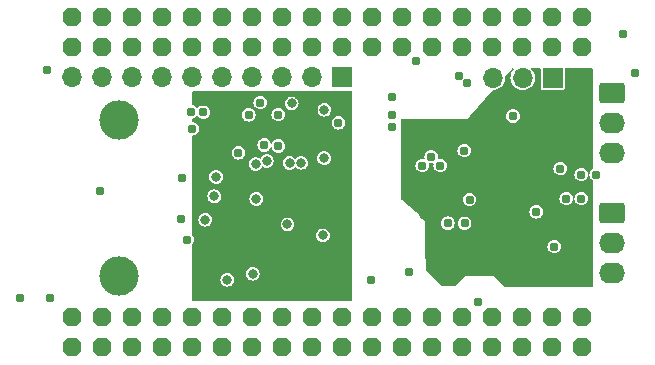
<source format=gbr>
%TF.GenerationSoftware,KiCad,Pcbnew,(6.0.0-rc1-458-g78ff9a857a)*%
%TF.CreationDate,2022-03-27T00:09:43+00:00*%
%TF.ProjectId,belamini_cape_C1,62656c61-6d69-46e6-995f-636170655f43,rev?*%
%TF.SameCoordinates,Original*%
%TF.FileFunction,Copper,L2,Inr*%
%TF.FilePolarity,Positive*%
%FSLAX46Y46*%
G04 Gerber Fmt 4.6, Leading zero omitted, Abs format (unit mm)*
G04 Created by KiCad (PCBNEW (6.0.0-rc1-458-g78ff9a857a)) date 2022-03-27 00:09:43*
%MOMM*%
%LPD*%
G01*
G04 APERTURE LIST*
G04 Aperture macros list*
%AMRoundRect*
0 Rectangle with rounded corners*
0 $1 Rounding radius*
0 $2 $3 $4 $5 $6 $7 $8 $9 X,Y pos of 4 corners*
0 Add a 4 corners polygon primitive as box body*
4,1,4,$2,$3,$4,$5,$6,$7,$8,$9,$2,$3,0*
0 Add four circle primitives for the rounded corners*
1,1,$1+$1,$2,$3*
1,1,$1+$1,$4,$5*
1,1,$1+$1,$6,$7*
1,1,$1+$1,$8,$9*
0 Add four rect primitives between the rounded corners*
20,1,$1+$1,$2,$3,$4,$5,0*
20,1,$1+$1,$4,$5,$6,$7,0*
20,1,$1+$1,$6,$7,$8,$9,0*
20,1,$1+$1,$8,$9,$2,$3,0*%
%AMOutline5P*
0 Free polygon, 5 corners , with rotation*
0 The origin of the aperture is its center*
0 number of corners: always 5*
0 $1 to $10 corner X, Y*
0 $11 Rotation angle, in degrees counterclockwise*
0 create outline with 5 corners*
4,1,5,$1,$2,$3,$4,$5,$6,$7,$8,$9,$10,$1,$2,$11*%
%AMOutline6P*
0 Free polygon, 6 corners , with rotation*
0 The origin of the aperture is its center*
0 number of corners: always 6*
0 $1 to $12 corner X, Y*
0 $13 Rotation angle, in degrees counterclockwise*
0 create outline with 6 corners*
4,1,6,$1,$2,$3,$4,$5,$6,$7,$8,$9,$10,$11,$12,$1,$2,$13*%
%AMOutline7P*
0 Free polygon, 7 corners , with rotation*
0 The origin of the aperture is its center*
0 number of corners: always 7*
0 $1 to $14 corner X, Y*
0 $15 Rotation angle, in degrees counterclockwise*
0 create outline with 7 corners*
4,1,7,$1,$2,$3,$4,$5,$6,$7,$8,$9,$10,$11,$12,$13,$14,$1,$2,$15*%
%AMOutline8P*
0 Free polygon, 8 corners , with rotation*
0 The origin of the aperture is its center*
0 number of corners: always 8*
0 $1 to $16 corner X, Y*
0 $17 Rotation angle, in degrees counterclockwise*
0 create outline with 8 corners*
4,1,8,$1,$2,$3,$4,$5,$6,$7,$8,$9,$10,$11,$12,$13,$14,$15,$16,$1,$2,$17*%
G04 Aperture macros list end*
%TA.AperFunction,ComponentPad*%
%ADD10RoundRect,0.250000X-0.845000X0.620000X-0.845000X-0.620000X0.845000X-0.620000X0.845000X0.620000X0*%
%TD*%
%TA.AperFunction,ComponentPad*%
%ADD11O,2.190000X1.740000*%
%TD*%
%TA.AperFunction,ComponentPad*%
%ADD12Outline8P,-0.760000X0.380000X-0.380000X0.760000X0.380000X0.760000X0.760000X0.380000X0.760000X-0.380000X0.380000X-0.760000X-0.380000X-0.760000X-0.760000X-0.380000X90.000000*%
%TD*%
%TA.AperFunction,ComponentPad*%
%ADD13R,1.700000X1.700000*%
%TD*%
%TA.AperFunction,ComponentPad*%
%ADD14O,1.700000X1.700000*%
%TD*%
%TA.AperFunction,ComponentPad*%
%ADD15C,3.327400*%
%TD*%
%TA.AperFunction,ViaPad*%
%ADD16C,0.787400*%
%TD*%
%TA.AperFunction,ViaPad*%
%ADD17C,0.800000*%
%TD*%
G04 APERTURE END LIST*
D10*
%TO.N,/belamini_cape_C1_2/INR*%
%TO.C,J3*%
X172655000Y-107560000D03*
D11*
%TO.N,/belamini_cape_C1_2/INL*%
X172655000Y-110100000D03*
%TO.N,GND*%
X172655000Y-112640000D03*
%TD*%
D12*
%TO.N,unconnected-(P2-Pad1)*%
%TO.C,P2*%
X126900000Y-93560000D03*
%TO.N,unconnected-(P2-Pad2)*%
X126900000Y-91020000D03*
%TO.N,unconnected-(P2-Pad3)*%
X129440000Y-93560000D03*
%TO.N,unconnected-(P2-Pad4)*%
X129440000Y-91020000D03*
%TO.N,unconnected-(P2-Pad5)*%
X131980000Y-93560000D03*
%TO.N,unconnected-(P2-Pad6)*%
X131980000Y-91020000D03*
%TO.N,unconnected-(P2-Pad7)*%
X134520000Y-93560000D03*
%TO.N,unconnected-(P2-Pad8)*%
X134520000Y-91020000D03*
%TO.N,unconnected-(P2-Pad9)*%
X137060000Y-93560000D03*
%TO.N,unconnected-(P2-Pad10)*%
X137060000Y-91020000D03*
%TO.N,unconnected-(P2-Pad11)*%
X139600000Y-93560000D03*
%TO.N,unconnected-(P2-Pad12)*%
X139600000Y-91020000D03*
%TO.N,unconnected-(P2-Pad13)*%
X142140000Y-93560000D03*
%TO.N,unconnected-(P2-Pad14)*%
X142140000Y-91020000D03*
%TO.N,GND*%
X144680000Y-93560000D03*
%TO.N,unconnected-(P2-Pad16)*%
X144680000Y-91020000D03*
%TO.N,unconnected-(P2-Pad17)*%
X147220000Y-93560000D03*
%TO.N,unconnected-(P2-Pad18)*%
X147220000Y-91020000D03*
%TO.N,unconnected-(P2-Pad19)*%
X149760000Y-93560000D03*
%TO.N,unconnected-(P2-Pad20)*%
X149760000Y-91020000D03*
%TO.N,GND*%
X152300000Y-93560000D03*
%TO.N,unconnected-(P2-Pad22)*%
X152300000Y-91020000D03*
%TO.N,unconnected-(P2-Pad23)*%
X154840000Y-93560000D03*
%TO.N,unconnected-(P2-Pad24)*%
X154840000Y-91020000D03*
%TO.N,unconnected-(P2-Pad25)*%
X157380000Y-93560000D03*
%TO.N,/belamini_cape_C1_2/RESETN*%
X157380000Y-91020000D03*
%TO.N,unconnected-(P2-Pad27)*%
X159920000Y-93560000D03*
%TO.N,unconnected-(P2-Pad28)*%
X159920000Y-91020000D03*
%TO.N,unconnected-(P2-Pad29)*%
X162460000Y-93560000D03*
%TO.N,/belamini_cape_C1_2/AUD_DOUT*%
X162460000Y-91020000D03*
%TO.N,unconnected-(P2-Pad31)*%
X165000000Y-93560000D03*
%TO.N,/belamini_cape_C1_2/AUD_DIN*%
X165000000Y-91020000D03*
%TO.N,unconnected-(P2-Pad33)*%
X167540000Y-93560000D03*
%TO.N,/belamini_cape_C1_2/SHUTDOWN_REQ{slash}*%
X167540000Y-91020000D03*
%TO.N,unconnected-(P2-Pad35)*%
X170080000Y-93560000D03*
%TO.N,unconnected-(P2-Pad36)*%
X170080000Y-91020000D03*
%TD*%
D13*
%TO.N,GND*%
%TO.C,J2*%
X167600000Y-96150000D03*
D14*
%TO.N,/belamini_cape_C1_2/LEFT_LOP*%
X165060000Y-96150000D03*
%TO.N,/belamini_cape_C1_2/RIGHT_LOP*%
X162520000Y-96150000D03*
%TD*%
D15*
%TO.N,/belamini_cape_C1_2/USBGND*%
%TO.C,J5*%
X130907100Y-112893150D03*
%TO.N,N/C*%
X130907100Y-99761350D03*
%TD*%
D13*
%TO.N,/belamini_cape_C1_1/REFP*%
%TO.C,J1*%
X149766100Y-96113600D03*
D14*
%TO.N,GND*%
X147226100Y-96113600D03*
%TO.N,Net-(IC2-Pad12)*%
X144686100Y-96113600D03*
%TO.N,Net-(IC2-Pad9)*%
X142146100Y-96113600D03*
%TO.N,Net-(IC2-Pad4)*%
X139606100Y-96113600D03*
%TO.N,Net-(IC2-Pad1)*%
X137066100Y-96113600D03*
%TO.N,Net-(IC1-Pad4)*%
X134526100Y-96113600D03*
%TO.N,Net-(IC1-Pad1)*%
X131986100Y-96113600D03*
%TO.N,Net-(IC1-Pad12)*%
X129446100Y-96113600D03*
%TO.N,Net-(IC1-Pad9)*%
X126906100Y-96113600D03*
%TD*%
D12*
%TO.N,unconnected-(P1-Pad1)*%
%TO.C,P1*%
X126910000Y-118970000D03*
%TO.N,Net-(P1-Pad2)*%
X126910000Y-116430000D03*
%TO.N,unconnected-(P1-Pad3)*%
X129450000Y-118970000D03*
%TO.N,Net-(P1-Pad4)*%
X129450000Y-116430000D03*
%TO.N,/belamini_cape_C1_2/USB_VBUS*%
X131990000Y-118970000D03*
%TO.N,SPI_ADC_CNV*%
X131990000Y-116430000D03*
%TO.N,/belamini_cape_C1_2/USB_VBUS*%
X134530000Y-118970000D03*
%TO.N,SPI_SCK*%
X134530000Y-116430000D03*
%TO.N,/belamini_cape_C1_2/USB_DM*%
X137070000Y-118970000D03*
%TO.N,SPI_MISO*%
X137070000Y-116430000D03*
%TO.N,/belamini_cape_C1_2/USB_DP*%
X139610000Y-118970000D03*
%TO.N,SPI_MOSI*%
X139610000Y-116430000D03*
%TO.N,/belamini_cape_C1_2/USBGND*%
X142150000Y-118970000D03*
%TO.N,+3V3*%
X142150000Y-116430000D03*
%TO.N,/belamini_cape_C1_2/USBGND*%
X144690000Y-118970000D03*
%TO.N,GND*%
X144690000Y-116430000D03*
%TO.N,unconnected-(P1-Pad17)*%
X147230000Y-118970000D03*
%TO.N,unconnected-(P1-Pad18)*%
X147230000Y-116430000D03*
%TO.N,unconnected-(P1-Pad19)*%
X149770000Y-118970000D03*
%TO.N,unconnected-(P1-Pad20)*%
X149770000Y-116430000D03*
%TO.N,unconnected-(P1-Pad21)*%
X152310000Y-118970000D03*
%TO.N,GND*%
X152310000Y-116430000D03*
%TO.N,unconnected-(P1-Pad23)*%
X154850000Y-118970000D03*
%TO.N,+5V*%
X154850000Y-116430000D03*
%TO.N,unconnected-(P1-Pad25)*%
X157390000Y-118970000D03*
%TO.N,/belamini_cape_C1_2/SDA*%
X157390000Y-116430000D03*
%TO.N,unconnected-(P1-Pad27)*%
X159930000Y-118970000D03*
%TO.N,/belamini_cape_C1_2/SCL*%
X159930000Y-116430000D03*
%TO.N,/belamini_cape_C1_2/AUD_MCLK*%
X162470000Y-118970000D03*
%TO.N,unconnected-(P1-Pad30)*%
X162470000Y-116430000D03*
%TO.N,unconnected-(P1-Pad31)*%
X165010000Y-118970000D03*
%TO.N,unconnected-(P1-Pad32)*%
X165010000Y-116430000D03*
%TO.N,/belamini_cape_C1_2/AUD_WCLK*%
X167550000Y-118970000D03*
%TO.N,unconnected-(P1-Pad34)*%
X167550000Y-116430000D03*
%TO.N,unconnected-(P1-Pad35)*%
X170090000Y-118970000D03*
%TO.N,/belamini_cape_C1_2/AUD_BCLK*%
X170090000Y-116430000D03*
%TD*%
D10*
%TO.N,/belamini_cape_C1_2/HPR*%
%TO.C,J4*%
X172605000Y-97410000D03*
D11*
%TO.N,/belamini_cape_C1_2/HPL*%
X172605000Y-99950000D03*
%TO.N,GND*%
X172605000Y-102490000D03*
%TD*%
D16*
%TO.N,/belamini_cape_C1_2/AUD_HPLOUT*%
X158085100Y-103580600D03*
X160150000Y-108457400D03*
%TO.N,/belamini_cape_C1_2/AUD_HPROUT*%
X156561100Y-103580600D03*
X158720100Y-108457400D03*
D17*
%TO.N,+3V3*%
X163400000Y-110600000D03*
D16*
X162530100Y-101167600D03*
X160303028Y-103464522D03*
X152243100Y-113232600D03*
D17*
X165650000Y-98000000D03*
X156729850Y-107729850D03*
X140050000Y-113250000D03*
D16*
%TO.N,GND*%
X157323100Y-102818600D03*
D17*
X145150000Y-108550000D03*
D16*
X143169373Y-101844757D03*
X167737100Y-110438600D03*
X168245100Y-103834600D03*
D17*
X142202320Y-112747680D03*
X148150000Y-109500000D03*
D16*
X137066600Y-100469100D03*
X155418100Y-112597600D03*
X160117100Y-102310600D03*
D17*
X148250000Y-102950000D03*
X138182129Y-108172129D03*
D16*
X166199015Y-107503516D03*
X164244600Y-99389600D03*
D17*
X139106355Y-104542855D03*
D16*
X160561600Y-106462600D03*
D17*
X142500000Y-106400000D03*
D16*
X149465100Y-99958560D03*
D17*
%TO.N,/belamini_cape_C1_1/REFP*%
X138950000Y-106175000D03*
D16*
%TO.N,/belamini_cape_C1_2/AUD_MCLK*%
X161260100Y-115137600D03*
%TO.N,/belamini_cape_C1_2/SCL*%
X173579100Y-92404600D03*
X159634500Y-95960600D03*
%TO.N,/belamini_cape_C1_2/SDA*%
X174595100Y-95706600D03*
X160371100Y-96621000D03*
%TO.N,/belamini_cape_C1_2/LEFT_LOP*%
X154021100Y-100278600D03*
%TO.N,/belamini_cape_C1_2/RIGHT_LOP*%
X154021100Y-99262600D03*
%TO.N,/belamini_cape_C1_2/RESETN*%
X154021100Y-97738600D03*
X156002300Y-94690600D03*
%TO.N,/belamini_cape_C1_2/USB_DM*%
X136241100Y-104596600D03*
%TO.N,/belamini_cape_C1_2/USBGND*%
X136654000Y-109854839D03*
%TO.N,/belamini_cape_C1_2/USB_DP*%
X136154069Y-108126784D03*
%TO.N,/belamini_cape_C1_2/USB_VBUS*%
X129272075Y-105760200D03*
D17*
%TO.N,/belamini_cape_C1_1/5V_ANALOG*%
X141462500Y-110687500D03*
X149350000Y-110750000D03*
X144092830Y-100332170D03*
D16*
%TO.N,/belamini_cape_C1_2/HPR*%
X170023100Y-106374600D03*
X171293100Y-104342600D03*
%TO.N,/belamini_cape_C1_2/HPL*%
X168753100Y-106374600D03*
X170023100Y-104342600D03*
%TO.N,Net-(D5-Pad1)*%
X122525100Y-114756600D03*
%TO.N,Net-(D5-Pad2)*%
X125065100Y-114756600D03*
%TO.N,Net-(R3-Pad1)*%
X124811100Y-95452600D03*
%TO.N,Net-(IC1-Pad4)*%
X141000000Y-102500000D03*
X141873515Y-99284900D03*
D17*
%TO.N,Net-(IC1-Pad13)*%
X142450002Y-103449996D03*
D16*
X138019100Y-99059400D03*
D17*
%TO.N,Net-(IC1-Pad15)*%
X143393790Y-103196258D03*
D16*
X137003100Y-99008600D03*
%TO.N,Net-(IC2-Pad1)*%
X144369100Y-101929600D03*
X142845100Y-98246600D03*
%TO.N,Net-(IC2-Pad4)*%
X144369100Y-99262600D03*
D17*
%TO.N,Net-(IC2-Pad5)*%
X145500000Y-98325000D03*
X145322699Y-103351866D03*
%TO.N,Net-(IC2-Pad7)*%
X148275000Y-98850000D03*
X146300000Y-103350000D03*
%TD*%
%TA.AperFunction,Conductor*%
%TO.N,/belamini_cape_C1_1/5V_ANALOG*%
G36*
X150635414Y-97314586D02*
G01*
X150650000Y-97349800D01*
X150650000Y-115000200D01*
X150635414Y-115035414D01*
X150600200Y-115050000D01*
X137149800Y-115050000D01*
X137114586Y-115035414D01*
X137100000Y-115000200D01*
X137100000Y-113250000D01*
X139466710Y-113250000D01*
X139486585Y-113400967D01*
X139544856Y-113541645D01*
X139637552Y-113662448D01*
X139758355Y-113755144D01*
X139761371Y-113756393D01*
X139761374Y-113756395D01*
X139843213Y-113790293D01*
X139899033Y-113813415D01*
X140050000Y-113833290D01*
X140200967Y-113813415D01*
X140256787Y-113790293D01*
X140338626Y-113756395D01*
X140338629Y-113756393D01*
X140341645Y-113755144D01*
X140462448Y-113662448D01*
X140555144Y-113541645D01*
X140613415Y-113400967D01*
X140633290Y-113250000D01*
X140613415Y-113099033D01*
X140555144Y-112958355D01*
X140462448Y-112837552D01*
X140345325Y-112747680D01*
X141619030Y-112747680D01*
X141638905Y-112898647D01*
X141697176Y-113039325D01*
X141789872Y-113160128D01*
X141910675Y-113252824D01*
X141913691Y-113254073D01*
X141913694Y-113254075D01*
X141995533Y-113287973D01*
X142051353Y-113311095D01*
X142202320Y-113330970D01*
X142353287Y-113311095D01*
X142409107Y-113287973D01*
X142490946Y-113254075D01*
X142490949Y-113254073D01*
X142493965Y-113252824D01*
X142614768Y-113160128D01*
X142707464Y-113039325D01*
X142765735Y-112898647D01*
X142785610Y-112747680D01*
X142765735Y-112596713D01*
X142707464Y-112456035D01*
X142614768Y-112335232D01*
X142493965Y-112242536D01*
X142490949Y-112241287D01*
X142490946Y-112241285D01*
X142409107Y-112207387D01*
X142353287Y-112184265D01*
X142202320Y-112164390D01*
X142051353Y-112184265D01*
X141995533Y-112207387D01*
X141913694Y-112241285D01*
X141913691Y-112241287D01*
X141910675Y-112242536D01*
X141789872Y-112335232D01*
X141697176Y-112456035D01*
X141638905Y-112596713D01*
X141619030Y-112747680D01*
X140345325Y-112747680D01*
X140341645Y-112744856D01*
X140338629Y-112743607D01*
X140338626Y-112743605D01*
X140256787Y-112709707D01*
X140200967Y-112686585D01*
X140050000Y-112666710D01*
X139899033Y-112686585D01*
X139843213Y-112709707D01*
X139761374Y-112743605D01*
X139761371Y-112743607D01*
X139758355Y-112744856D01*
X139637552Y-112837552D01*
X139544856Y-112958355D01*
X139486585Y-113099033D01*
X139466710Y-113250000D01*
X137100000Y-113250000D01*
X137100000Y-110230118D01*
X137110291Y-110199802D01*
X137151651Y-110145900D01*
X137153641Y-110143307D01*
X137211277Y-110004161D01*
X137230936Y-109854839D01*
X137211277Y-109705517D01*
X137153641Y-109566371D01*
X137110291Y-109509876D01*
X137106939Y-109500000D01*
X147566710Y-109500000D01*
X147586585Y-109650967D01*
X147644856Y-109791645D01*
X147737552Y-109912448D01*
X147858355Y-110005144D01*
X147861371Y-110006393D01*
X147861374Y-110006395D01*
X147943213Y-110040293D01*
X147999033Y-110063415D01*
X148150000Y-110083290D01*
X148300967Y-110063415D01*
X148356787Y-110040293D01*
X148438626Y-110006395D01*
X148438629Y-110006393D01*
X148441645Y-110005144D01*
X148562448Y-109912448D01*
X148655144Y-109791645D01*
X148713415Y-109650967D01*
X148733290Y-109500000D01*
X148713415Y-109349033D01*
X148655144Y-109208355D01*
X148562448Y-109087552D01*
X148441645Y-108994856D01*
X148438629Y-108993607D01*
X148438626Y-108993605D01*
X148356787Y-108959707D01*
X148300967Y-108936585D01*
X148150000Y-108916710D01*
X147999033Y-108936585D01*
X147943213Y-108959707D01*
X147861374Y-108993605D01*
X147861371Y-108993607D01*
X147858355Y-108994856D01*
X147737552Y-109087552D01*
X147644856Y-109208355D01*
X147586585Y-109349033D01*
X147566710Y-109500000D01*
X137106939Y-109500000D01*
X137100000Y-109479560D01*
X137100000Y-108172129D01*
X137598839Y-108172129D01*
X137618714Y-108323096D01*
X137619964Y-108326113D01*
X137648919Y-108396016D01*
X137676985Y-108463774D01*
X137769681Y-108584577D01*
X137890484Y-108677273D01*
X137893500Y-108678522D01*
X137893503Y-108678524D01*
X137975342Y-108712422D01*
X138031162Y-108735544D01*
X138182129Y-108755419D01*
X138333096Y-108735544D01*
X138388916Y-108712422D01*
X138470755Y-108678524D01*
X138470758Y-108678522D01*
X138473774Y-108677273D01*
X138594577Y-108584577D01*
X138621109Y-108550000D01*
X144566710Y-108550000D01*
X144586585Y-108700967D01*
X144644856Y-108841645D01*
X144737552Y-108962448D01*
X144858355Y-109055144D01*
X144861371Y-109056393D01*
X144861374Y-109056395D01*
X144936594Y-109087552D01*
X144999033Y-109113415D01*
X145150000Y-109133290D01*
X145300967Y-109113415D01*
X145363406Y-109087552D01*
X145438626Y-109056395D01*
X145438629Y-109056393D01*
X145441645Y-109055144D01*
X145562448Y-108962448D01*
X145655144Y-108841645D01*
X145713415Y-108700967D01*
X145733290Y-108550000D01*
X145713415Y-108399033D01*
X145690293Y-108343213D01*
X145656395Y-108261374D01*
X145656393Y-108261371D01*
X145655144Y-108258355D01*
X145562448Y-108137552D01*
X145441645Y-108044856D01*
X145438629Y-108043607D01*
X145438626Y-108043605D01*
X145356787Y-108009707D01*
X145300967Y-107986585D01*
X145150000Y-107966710D01*
X144999033Y-107986585D01*
X144943213Y-108009707D01*
X144861374Y-108043605D01*
X144861371Y-108043607D01*
X144858355Y-108044856D01*
X144737552Y-108137552D01*
X144644856Y-108258355D01*
X144643607Y-108261371D01*
X144643605Y-108261374D01*
X144609707Y-108343213D01*
X144586585Y-108399033D01*
X144566710Y-108550000D01*
X138621109Y-108550000D01*
X138687273Y-108463774D01*
X138715340Y-108396016D01*
X138744294Y-108326113D01*
X138745544Y-108323096D01*
X138765419Y-108172129D01*
X138745544Y-108021162D01*
X138687273Y-107880484D01*
X138594577Y-107759681D01*
X138473774Y-107666985D01*
X138470758Y-107665736D01*
X138470755Y-107665734D01*
X138388916Y-107631836D01*
X138333096Y-107608714D01*
X138182129Y-107588839D01*
X138031162Y-107608714D01*
X137975342Y-107631836D01*
X137893503Y-107665734D01*
X137893500Y-107665736D01*
X137890484Y-107666985D01*
X137769681Y-107759681D01*
X137676985Y-107880484D01*
X137618714Y-108021162D01*
X137598839Y-108172129D01*
X137100000Y-108172129D01*
X137100000Y-106175000D01*
X138366710Y-106175000D01*
X138386585Y-106325967D01*
X138444856Y-106466645D01*
X138537552Y-106587448D01*
X138658355Y-106680144D01*
X138661371Y-106681393D01*
X138661374Y-106681395D01*
X138743213Y-106715293D01*
X138799033Y-106738415D01*
X138950000Y-106758290D01*
X139100967Y-106738415D01*
X139156787Y-106715293D01*
X139238626Y-106681395D01*
X139238629Y-106681393D01*
X139241645Y-106680144D01*
X139362448Y-106587448D01*
X139455144Y-106466645D01*
X139482749Y-106400000D01*
X141916710Y-106400000D01*
X141936585Y-106550967D01*
X141937835Y-106553984D01*
X141989268Y-106678154D01*
X141994856Y-106691645D01*
X142087552Y-106812448D01*
X142208355Y-106905144D01*
X142211371Y-106906393D01*
X142211374Y-106906395D01*
X142293213Y-106940293D01*
X142349033Y-106963415D01*
X142500000Y-106983290D01*
X142650967Y-106963415D01*
X142706787Y-106940293D01*
X142788626Y-106906395D01*
X142788629Y-106906393D01*
X142791645Y-106905144D01*
X142912448Y-106812448D01*
X143005144Y-106691645D01*
X143010733Y-106678154D01*
X143062165Y-106553984D01*
X143063415Y-106550967D01*
X143083290Y-106400000D01*
X143063415Y-106249033D01*
X143005144Y-106108355D01*
X142912448Y-105987552D01*
X142791645Y-105894856D01*
X142788629Y-105893607D01*
X142788626Y-105893605D01*
X142706787Y-105859707D01*
X142650967Y-105836585D01*
X142500000Y-105816710D01*
X142349033Y-105836585D01*
X142293213Y-105859707D01*
X142211374Y-105893605D01*
X142211371Y-105893607D01*
X142208355Y-105894856D01*
X142087552Y-105987552D01*
X141994856Y-106108355D01*
X141936585Y-106249033D01*
X141916710Y-106400000D01*
X139482749Y-106400000D01*
X139513415Y-106325967D01*
X139533290Y-106175000D01*
X139513415Y-106024033D01*
X139490293Y-105968213D01*
X139456395Y-105886374D01*
X139456393Y-105886371D01*
X139455144Y-105883355D01*
X139362448Y-105762552D01*
X139241645Y-105669856D01*
X139238629Y-105668607D01*
X139238626Y-105668605D01*
X139156787Y-105634707D01*
X139100967Y-105611585D01*
X138950000Y-105591710D01*
X138799033Y-105611585D01*
X138743213Y-105634707D01*
X138661374Y-105668605D01*
X138661371Y-105668607D01*
X138658355Y-105669856D01*
X138537552Y-105762552D01*
X138444856Y-105883355D01*
X138443607Y-105886371D01*
X138443605Y-105886374D01*
X138409707Y-105968213D01*
X138386585Y-106024033D01*
X138366710Y-106175000D01*
X137100000Y-106175000D01*
X137100000Y-104542855D01*
X138523065Y-104542855D01*
X138542940Y-104693822D01*
X138601211Y-104834500D01*
X138693907Y-104955303D01*
X138814710Y-105047999D01*
X138817726Y-105049248D01*
X138817729Y-105049250D01*
X138899568Y-105083148D01*
X138955388Y-105106270D01*
X139106355Y-105126145D01*
X139257322Y-105106270D01*
X139313142Y-105083148D01*
X139394981Y-105049250D01*
X139394984Y-105049248D01*
X139398000Y-105047999D01*
X139518803Y-104955303D01*
X139611499Y-104834500D01*
X139669770Y-104693822D01*
X139689645Y-104542855D01*
X139669770Y-104391888D01*
X139611499Y-104251210D01*
X139518803Y-104130407D01*
X139398000Y-104037711D01*
X139394984Y-104036462D01*
X139394981Y-104036460D01*
X139313142Y-104002562D01*
X139257322Y-103979440D01*
X139106355Y-103959565D01*
X138955388Y-103979440D01*
X138899568Y-104002562D01*
X138817729Y-104036460D01*
X138817726Y-104036462D01*
X138814710Y-104037711D01*
X138693907Y-104130407D01*
X138601211Y-104251210D01*
X138542940Y-104391888D01*
X138523065Y-104542855D01*
X137100000Y-104542855D01*
X137100000Y-103449996D01*
X141866712Y-103449996D01*
X141886587Y-103600963D01*
X141890618Y-103610695D01*
X141934056Y-103715562D01*
X141944858Y-103741641D01*
X142037554Y-103862444D01*
X142158357Y-103955140D01*
X142161373Y-103956389D01*
X142161376Y-103956391D01*
X142217022Y-103979440D01*
X142299035Y-104013411D01*
X142450002Y-104033286D01*
X142600969Y-104013411D01*
X142682982Y-103979440D01*
X142738628Y-103956391D01*
X142738631Y-103956389D01*
X142741647Y-103955140D01*
X142862450Y-103862444D01*
X142955146Y-103741641D01*
X142965949Y-103715562D01*
X142978411Y-103685475D01*
X143005363Y-103658524D01*
X143043478Y-103658524D01*
X143054737Y-103665024D01*
X143102145Y-103701402D01*
X143105161Y-103702651D01*
X143105164Y-103702653D01*
X143187003Y-103736551D01*
X143242823Y-103759673D01*
X143393790Y-103779548D01*
X143544757Y-103759673D01*
X143600577Y-103736551D01*
X143682416Y-103702653D01*
X143682419Y-103702651D01*
X143685435Y-103701402D01*
X143806238Y-103608706D01*
X143812180Y-103600963D01*
X143880317Y-103512165D01*
X143898934Y-103487903D01*
X143912504Y-103455144D01*
X143934083Y-103403045D01*
X143955283Y-103351866D01*
X144739409Y-103351866D01*
X144759284Y-103502833D01*
X144763667Y-103513415D01*
X144815532Y-103638626D01*
X144817555Y-103643511D01*
X144910251Y-103764314D01*
X145031054Y-103857010D01*
X145034070Y-103858259D01*
X145034073Y-103858261D01*
X145115912Y-103892159D01*
X145171732Y-103915281D01*
X145322699Y-103935156D01*
X145473666Y-103915281D01*
X145529486Y-103892159D01*
X145611325Y-103858261D01*
X145611328Y-103858259D01*
X145614344Y-103857010D01*
X145735147Y-103764314D01*
X145772556Y-103715562D01*
X145805565Y-103696504D01*
X145842381Y-103706369D01*
X145851574Y-103715562D01*
X145885562Y-103759856D01*
X145885567Y-103759861D01*
X145887552Y-103762448D01*
X146008355Y-103855144D01*
X146011371Y-103856393D01*
X146011374Y-103856395D01*
X146093213Y-103890293D01*
X146149033Y-103913415D01*
X146300000Y-103933290D01*
X146450967Y-103913415D01*
X146506787Y-103890293D01*
X146588626Y-103856395D01*
X146588629Y-103856393D01*
X146591645Y-103855144D01*
X146712448Y-103762448D01*
X146805144Y-103641645D01*
X146811826Y-103625515D01*
X146858259Y-103513415D01*
X146863415Y-103500967D01*
X146883290Y-103350000D01*
X146863415Y-103199033D01*
X146812664Y-103076510D01*
X146806395Y-103061374D01*
X146806393Y-103061371D01*
X146805144Y-103058355D01*
X146722000Y-102950000D01*
X147666710Y-102950000D01*
X147686585Y-103100967D01*
X147687835Y-103103984D01*
X147726729Y-103197882D01*
X147744856Y-103241645D01*
X147837552Y-103362448D01*
X147958355Y-103455144D01*
X147961371Y-103456393D01*
X147961374Y-103456395D01*
X148030153Y-103484884D01*
X148099033Y-103513415D01*
X148250000Y-103533290D01*
X148400967Y-103513415D01*
X148469847Y-103484884D01*
X148538626Y-103456395D01*
X148538629Y-103456393D01*
X148541645Y-103455144D01*
X148662448Y-103362448D01*
X148755144Y-103241645D01*
X148773272Y-103197882D01*
X148812165Y-103103984D01*
X148813415Y-103100967D01*
X148833290Y-102950000D01*
X148813415Y-102799033D01*
X148769538Y-102693104D01*
X148756395Y-102661374D01*
X148756393Y-102661371D01*
X148755144Y-102658355D01*
X148662448Y-102537552D01*
X148541645Y-102444856D01*
X148538629Y-102443607D01*
X148538626Y-102443605D01*
X148435246Y-102400784D01*
X148400967Y-102386585D01*
X148250000Y-102366710D01*
X148099033Y-102386585D01*
X148064754Y-102400784D01*
X147961374Y-102443605D01*
X147961371Y-102443607D01*
X147958355Y-102444856D01*
X147837552Y-102537552D01*
X147744856Y-102658355D01*
X147743607Y-102661371D01*
X147743605Y-102661374D01*
X147730462Y-102693104D01*
X147686585Y-102799033D01*
X147666710Y-102950000D01*
X146722000Y-102950000D01*
X146712448Y-102937552D01*
X146591645Y-102844856D01*
X146588629Y-102843607D01*
X146588626Y-102843605D01*
X146473735Y-102796016D01*
X146450967Y-102786585D01*
X146300000Y-102766710D01*
X146149033Y-102786585D01*
X146126265Y-102796016D01*
X146011374Y-102843605D01*
X146011371Y-102843607D01*
X146008355Y-102844856D01*
X145887552Y-102937552D01*
X145885563Y-102940144D01*
X145850143Y-102986304D01*
X145817134Y-103005362D01*
X145780318Y-102995497D01*
X145771125Y-102986304D01*
X145737137Y-102942010D01*
X145737132Y-102942005D01*
X145735147Y-102939418D01*
X145614344Y-102846722D01*
X145611328Y-102845473D01*
X145611325Y-102845471D01*
X145491929Y-102796016D01*
X145473666Y-102788451D01*
X145322699Y-102768576D01*
X145171732Y-102788451D01*
X145153469Y-102796016D01*
X145034073Y-102845471D01*
X145034070Y-102845473D01*
X145031054Y-102846722D01*
X144910251Y-102939418D01*
X144817555Y-103060221D01*
X144816306Y-103063237D01*
X144816304Y-103063240D01*
X144782406Y-103145079D01*
X144759284Y-103200899D01*
X144739409Y-103351866D01*
X143955283Y-103351866D01*
X143957205Y-103347225D01*
X143977080Y-103196258D01*
X143957205Y-103045291D01*
X143922199Y-102960779D01*
X143900185Y-102907632D01*
X143900183Y-102907629D01*
X143898934Y-102904613D01*
X143806238Y-102783810D01*
X143685435Y-102691114D01*
X143682419Y-102689865D01*
X143682416Y-102689863D01*
X143591824Y-102652339D01*
X143544757Y-102632843D01*
X143393790Y-102612968D01*
X143242823Y-102632843D01*
X143195756Y-102652339D01*
X143105164Y-102689863D01*
X143105161Y-102689865D01*
X143102145Y-102691114D01*
X142981342Y-102783810D01*
X142888646Y-102904613D01*
X142887397Y-102907629D01*
X142887395Y-102907632D01*
X142865381Y-102960779D01*
X142838429Y-102987730D01*
X142800314Y-102987730D01*
X142789056Y-102981230D01*
X142744240Y-102946842D01*
X142741647Y-102944852D01*
X142738631Y-102943603D01*
X142738628Y-102943601D01*
X142651790Y-102907632D01*
X142600969Y-102886581D01*
X142450002Y-102866706D01*
X142299035Y-102886581D01*
X142248214Y-102907632D01*
X142161376Y-102943601D01*
X142161373Y-102943603D01*
X142158357Y-102944852D01*
X142037554Y-103037548D01*
X142035565Y-103040140D01*
X142029129Y-103048528D01*
X141944858Y-103158351D01*
X141943609Y-103161367D01*
X141943607Y-103161370D01*
X141928007Y-103199033D01*
X141886587Y-103299029D01*
X141866712Y-103449996D01*
X137100000Y-103449996D01*
X137100000Y-102500000D01*
X140423064Y-102500000D01*
X140442723Y-102649322D01*
X140500359Y-102788468D01*
X140592045Y-102907955D01*
X140711532Y-102999641D01*
X140850678Y-103057277D01*
X141000000Y-103076936D01*
X141149322Y-103057277D01*
X141288468Y-102999641D01*
X141407955Y-102907955D01*
X141499641Y-102788468D01*
X141557277Y-102649322D01*
X141576936Y-102500000D01*
X141557277Y-102350678D01*
X141499641Y-102211532D01*
X141407955Y-102092045D01*
X141288468Y-102000359D01*
X141149322Y-101942723D01*
X141028416Y-101926805D01*
X141003236Y-101923490D01*
X141000000Y-101923064D01*
X140996764Y-101923490D01*
X140971584Y-101926805D01*
X140850678Y-101942723D01*
X140711532Y-102000359D01*
X140592045Y-102092045D01*
X140500359Y-102211532D01*
X140442723Y-102350678D01*
X140423064Y-102500000D01*
X137100000Y-102500000D01*
X137100000Y-101844757D01*
X142592437Y-101844757D01*
X142612096Y-101994079D01*
X142669732Y-102133225D01*
X142761418Y-102252712D01*
X142880905Y-102344398D01*
X143020051Y-102402034D01*
X143169373Y-102421693D01*
X143318695Y-102402034D01*
X143457841Y-102344398D01*
X143577328Y-102252712D01*
X143669014Y-102133225D01*
X143711681Y-102030217D01*
X143738632Y-102003266D01*
X143776748Y-102003266D01*
X143803699Y-102030217D01*
X143807064Y-102042775D01*
X143811823Y-102078922D01*
X143869459Y-102218068D01*
X143961145Y-102337555D01*
X143963737Y-102339544D01*
X143970063Y-102344398D01*
X144080632Y-102429241D01*
X144219778Y-102486877D01*
X144294876Y-102496764D01*
X144344035Y-102503236D01*
X144369100Y-102506536D01*
X144394166Y-102503236D01*
X144443324Y-102496764D01*
X144518422Y-102486877D01*
X144657568Y-102429241D01*
X144768137Y-102344398D01*
X144774463Y-102339544D01*
X144777055Y-102337555D01*
X144868741Y-102218068D01*
X144926377Y-102078922D01*
X144946036Y-101929600D01*
X144926377Y-101780278D01*
X144868741Y-101641132D01*
X144777055Y-101521645D01*
X144657568Y-101429959D01*
X144518422Y-101372323D01*
X144369100Y-101352664D01*
X144219778Y-101372323D01*
X144080632Y-101429959D01*
X143961145Y-101521645D01*
X143869459Y-101641132D01*
X143826792Y-101744140D01*
X143799841Y-101771091D01*
X143761725Y-101771091D01*
X143734774Y-101744140D01*
X143731409Y-101731582D01*
X143727076Y-101698672D01*
X143726650Y-101695435D01*
X143669014Y-101556289D01*
X143577328Y-101436802D01*
X143571004Y-101431949D01*
X143551489Y-101416975D01*
X143457841Y-101345116D01*
X143318695Y-101287480D01*
X143169373Y-101267821D01*
X143020051Y-101287480D01*
X142880905Y-101345116D01*
X142787257Y-101416975D01*
X142767743Y-101431949D01*
X142761418Y-101436802D01*
X142669732Y-101556289D01*
X142612096Y-101695435D01*
X142592437Y-101844757D01*
X137100000Y-101844757D01*
X137100000Y-101085312D01*
X137114586Y-101050098D01*
X137143300Y-101035938D01*
X137215922Y-101026377D01*
X137355068Y-100968741D01*
X137474555Y-100877055D01*
X137566241Y-100757568D01*
X137623877Y-100618422D01*
X137643536Y-100469100D01*
X137623877Y-100319778D01*
X137566241Y-100180632D01*
X137474555Y-100061145D01*
X137355068Y-99969459D01*
X137328755Y-99958560D01*
X148888164Y-99958560D01*
X148907823Y-100107882D01*
X148965459Y-100247028D01*
X149057145Y-100366515D01*
X149176632Y-100458201D01*
X149315778Y-100515837D01*
X149465100Y-100535496D01*
X149614422Y-100515837D01*
X149753568Y-100458201D01*
X149873055Y-100366515D01*
X149964741Y-100247028D01*
X150022377Y-100107882D01*
X150042036Y-99958560D01*
X150022377Y-99809238D01*
X149964741Y-99670092D01*
X149873055Y-99550605D01*
X149753568Y-99458919D01*
X149614422Y-99401283D01*
X149465100Y-99381624D01*
X149315778Y-99401283D01*
X149176632Y-99458919D01*
X149057145Y-99550605D01*
X148965459Y-99670092D01*
X148907823Y-99809238D01*
X148888164Y-99958560D01*
X137328755Y-99958560D01*
X137215922Y-99911823D01*
X137143300Y-99902262D01*
X137110291Y-99883204D01*
X137100000Y-99852888D01*
X137100000Y-99616452D01*
X137114586Y-99581238D01*
X137143300Y-99567078D01*
X137144488Y-99566922D01*
X137152422Y-99565877D01*
X137155436Y-99564628D01*
X137155438Y-99564628D01*
X137201072Y-99545725D01*
X137291568Y-99508241D01*
X137411055Y-99416555D01*
X137452101Y-99363063D01*
X137485110Y-99344005D01*
X137521926Y-99353870D01*
X137531117Y-99363061D01*
X137611145Y-99467355D01*
X137730632Y-99559041D01*
X137869778Y-99616677D01*
X138019100Y-99636336D01*
X138168422Y-99616677D01*
X138307568Y-99559041D01*
X138427055Y-99467355D01*
X138518741Y-99347868D01*
X138544823Y-99284900D01*
X141296579Y-99284900D01*
X141297005Y-99288136D01*
X141313499Y-99413415D01*
X141316238Y-99434222D01*
X141373874Y-99573368D01*
X141465560Y-99692855D01*
X141585047Y-99784541D01*
X141724193Y-99842177D01*
X141873515Y-99861836D01*
X142022837Y-99842177D01*
X142161983Y-99784541D01*
X142281470Y-99692855D01*
X142373156Y-99573368D01*
X142430792Y-99434222D01*
X142433532Y-99413415D01*
X142450025Y-99288136D01*
X142450451Y-99284900D01*
X142447515Y-99262600D01*
X143792164Y-99262600D01*
X143811823Y-99411922D01*
X143869459Y-99551068D01*
X143961145Y-99670555D01*
X144080632Y-99762241D01*
X144219778Y-99819877D01*
X144369100Y-99839536D01*
X144518422Y-99819877D01*
X144657568Y-99762241D01*
X144777055Y-99670555D01*
X144868741Y-99551068D01*
X144926377Y-99411922D01*
X144946036Y-99262600D01*
X144926377Y-99113278D01*
X144868741Y-98974132D01*
X144777055Y-98854645D01*
X144657568Y-98762959D01*
X144518422Y-98705323D01*
X144369100Y-98685664D01*
X144219778Y-98705323D01*
X144080632Y-98762959D01*
X143961145Y-98854645D01*
X143869459Y-98974132D01*
X143811823Y-99113278D01*
X143792164Y-99262600D01*
X142447515Y-99262600D01*
X142430792Y-99135578D01*
X142373156Y-98996432D01*
X142281470Y-98876945D01*
X142161983Y-98785259D01*
X142022837Y-98727623D01*
X141873515Y-98707964D01*
X141724193Y-98727623D01*
X141585047Y-98785259D01*
X141465560Y-98876945D01*
X141373874Y-98996432D01*
X141316238Y-99135578D01*
X141296579Y-99284900D01*
X138544823Y-99284900D01*
X138576377Y-99208722D01*
X138596036Y-99059400D01*
X138576377Y-98910078D01*
X138518741Y-98770932D01*
X138427055Y-98651445D01*
X138307568Y-98559759D01*
X138168422Y-98502123D01*
X138019100Y-98482464D01*
X137869778Y-98502123D01*
X137730632Y-98559759D01*
X137611145Y-98651445D01*
X137570130Y-98704897D01*
X137570099Y-98704937D01*
X137537090Y-98723995D01*
X137500274Y-98714130D01*
X137491081Y-98704937D01*
X137491051Y-98704897D01*
X137411055Y-98600645D01*
X137291568Y-98508959D01*
X137201072Y-98471475D01*
X137155438Y-98452572D01*
X137155436Y-98452572D01*
X137152422Y-98451323D01*
X137143300Y-98450122D01*
X137110291Y-98431065D01*
X137100000Y-98400748D01*
X137100000Y-98246600D01*
X142268164Y-98246600D01*
X142287823Y-98395922D01*
X142345459Y-98535068D01*
X142437145Y-98654555D01*
X142556632Y-98746241D01*
X142695778Y-98803877D01*
X142845100Y-98823536D01*
X142994422Y-98803877D01*
X143133568Y-98746241D01*
X143253055Y-98654555D01*
X143344741Y-98535068D01*
X143402377Y-98395922D01*
X143411714Y-98325000D01*
X144916710Y-98325000D01*
X144936585Y-98475967D01*
X144937835Y-98478984D01*
X144988229Y-98600645D01*
X144994856Y-98616645D01*
X145087552Y-98737448D01*
X145208355Y-98830144D01*
X145211371Y-98831393D01*
X145211374Y-98831395D01*
X145267505Y-98854645D01*
X145349033Y-98888415D01*
X145500000Y-98908290D01*
X145650967Y-98888415D01*
X145732495Y-98854645D01*
X145743709Y-98850000D01*
X147691710Y-98850000D01*
X147692136Y-98853236D01*
X147692663Y-98857237D01*
X147711585Y-99000967D01*
X147712835Y-99003984D01*
X147767343Y-99135578D01*
X147769856Y-99141645D01*
X147821326Y-99208722D01*
X147860186Y-99259364D01*
X147862552Y-99262448D01*
X147983355Y-99355144D01*
X147986371Y-99356393D01*
X147986374Y-99356395D01*
X148068213Y-99390293D01*
X148124033Y-99413415D01*
X148275000Y-99433290D01*
X148425967Y-99413415D01*
X148481787Y-99390293D01*
X148563626Y-99356395D01*
X148563629Y-99356393D01*
X148566645Y-99355144D01*
X148687448Y-99262448D01*
X148689815Y-99259364D01*
X148728674Y-99208722D01*
X148780144Y-99141645D01*
X148782658Y-99135578D01*
X148837165Y-99003984D01*
X148838415Y-99000967D01*
X148857337Y-98857237D01*
X148857864Y-98853236D01*
X148858290Y-98850000D01*
X148838415Y-98699033D01*
X148797661Y-98600645D01*
X148781395Y-98561374D01*
X148781393Y-98561371D01*
X148780144Y-98558355D01*
X148687448Y-98437552D01*
X148566645Y-98344856D01*
X148563629Y-98343607D01*
X148563626Y-98343605D01*
X148481787Y-98309707D01*
X148425967Y-98286585D01*
X148275000Y-98266710D01*
X148124033Y-98286585D01*
X148068213Y-98309707D01*
X147986374Y-98343605D01*
X147986371Y-98343607D01*
X147983355Y-98344856D01*
X147862552Y-98437552D01*
X147769856Y-98558355D01*
X147768607Y-98561371D01*
X147768605Y-98561374D01*
X147752339Y-98600645D01*
X147711585Y-98699033D01*
X147691710Y-98850000D01*
X145743709Y-98850000D01*
X145788626Y-98831395D01*
X145788629Y-98831393D01*
X145791645Y-98830144D01*
X145912448Y-98737448D01*
X146005144Y-98616645D01*
X146011772Y-98600645D01*
X146062165Y-98478984D01*
X146063415Y-98475967D01*
X146083290Y-98325000D01*
X146063415Y-98174033D01*
X146005144Y-98033355D01*
X145912448Y-97912552D01*
X145791645Y-97819856D01*
X145788629Y-97818607D01*
X145788626Y-97818605D01*
X145706787Y-97784707D01*
X145650967Y-97761585D01*
X145500000Y-97741710D01*
X145349033Y-97761585D01*
X145293213Y-97784707D01*
X145211374Y-97818605D01*
X145211371Y-97818607D01*
X145208355Y-97819856D01*
X145087552Y-97912552D01*
X144994856Y-98033355D01*
X144936585Y-98174033D01*
X144916710Y-98325000D01*
X143411714Y-98325000D01*
X143422036Y-98246600D01*
X143402377Y-98097278D01*
X143344741Y-97958132D01*
X143253055Y-97838645D01*
X143133568Y-97746959D01*
X142994422Y-97689323D01*
X142845100Y-97669664D01*
X142695778Y-97689323D01*
X142556632Y-97746959D01*
X142437145Y-97838645D01*
X142345459Y-97958132D01*
X142287823Y-98097278D01*
X142268164Y-98246600D01*
X137100000Y-98246600D01*
X137100000Y-97349800D01*
X137114586Y-97314586D01*
X137149800Y-97300000D01*
X150600200Y-97300000D01*
X150635414Y-97314586D01*
G37*
%TD.AperFunction*%
%TD*%
%TA.AperFunction,Conductor*%
%TO.N,+3V3*%
G36*
X164317289Y-95364586D02*
G01*
X164331875Y-95399800D01*
X164320224Y-95431811D01*
X164207430Y-95566233D01*
X164206254Y-95568371D01*
X164206254Y-95568372D01*
X164199674Y-95580342D01*
X164110280Y-95742949D01*
X164109544Y-95745269D01*
X164050041Y-95932845D01*
X164050040Y-95932850D01*
X164049304Y-95935170D01*
X164049033Y-95937589D01*
X164049032Y-95937592D01*
X164039518Y-96022415D01*
X164026825Y-96135573D01*
X164028153Y-96151390D01*
X164043364Y-96332532D01*
X164043699Y-96336526D01*
X164099284Y-96530374D01*
X164191463Y-96709734D01*
X164192976Y-96711643D01*
X164315210Y-96865866D01*
X164315214Y-96865870D01*
X164316723Y-96867774D01*
X164318576Y-96869351D01*
X164318577Y-96869352D01*
X164354317Y-96899769D01*
X164470295Y-96998474D01*
X164472417Y-96999660D01*
X164472420Y-96999662D01*
X164515111Y-97023521D01*
X164646329Y-97096856D01*
X164648645Y-97097608D01*
X164648646Y-97097609D01*
X164835810Y-97158422D01*
X164835812Y-97158422D01*
X164838119Y-97159172D01*
X164840525Y-97159459D01*
X164840530Y-97159460D01*
X165023860Y-97181320D01*
X165038361Y-97183049D01*
X165166160Y-97173215D01*
X165236997Y-97167765D01*
X165236998Y-97167765D01*
X165239426Y-97167578D01*
X165241766Y-97166925D01*
X165241770Y-97166924D01*
X165431313Y-97114003D01*
X165431315Y-97114002D01*
X165433658Y-97113348D01*
X165466307Y-97096856D01*
X165611486Y-97023521D01*
X165611489Y-97023519D01*
X165613657Y-97022424D01*
X165615571Y-97020928D01*
X165615575Y-97020926D01*
X165770647Y-96899769D01*
X165772567Y-96898269D01*
X165904336Y-96745614D01*
X166003945Y-96570271D01*
X166014835Y-96537536D01*
X166066827Y-96381238D01*
X166067598Y-96378921D01*
X166092873Y-96178851D01*
X166093276Y-96150000D01*
X166073597Y-95949302D01*
X166015311Y-95756249D01*
X165920638Y-95578194D01*
X165919103Y-95576311D01*
X165919099Y-95576306D01*
X165825023Y-95460959D01*
X165800813Y-95431274D01*
X165789860Y-95394768D01*
X165807930Y-95361208D01*
X165839405Y-95350000D01*
X166521900Y-95350000D01*
X166557114Y-95364586D01*
X166571700Y-95399800D01*
X166571701Y-96213045D01*
X166571701Y-97017560D01*
X166582045Y-97069569D01*
X166621453Y-97128547D01*
X166680431Y-97167955D01*
X166705985Y-97173038D01*
X166730040Y-97177823D01*
X166730042Y-97177823D01*
X166732439Y-97178300D01*
X167599822Y-97178300D01*
X168467560Y-97178299D01*
X168498582Y-97172129D01*
X168514753Y-97168913D01*
X168514754Y-97168913D01*
X168519569Y-97167955D01*
X168578547Y-97128547D01*
X168617955Y-97069569D01*
X168626034Y-97028955D01*
X168627823Y-97019960D01*
X168627823Y-97019958D01*
X168628300Y-97017561D01*
X168628299Y-95399800D01*
X168642885Y-95364586D01*
X168678099Y-95350000D01*
X170950353Y-95350000D01*
X170985567Y-95364586D01*
X171000153Y-95399646D01*
X171025748Y-103726685D01*
X171025980Y-103802221D01*
X171011502Y-103837480D01*
X171004540Y-103842839D01*
X171004632Y-103842959D01*
X170885145Y-103934645D01*
X170793459Y-104054132D01*
X170735823Y-104193278D01*
X170729074Y-104244544D01*
X170717265Y-104334241D01*
X170716164Y-104342600D01*
X170735823Y-104491922D01*
X170793459Y-104631068D01*
X170885145Y-104750555D01*
X171004632Y-104842241D01*
X171005002Y-104842394D01*
X171027610Y-104871858D01*
X171029307Y-104884593D01*
X171056512Y-113735185D01*
X171056817Y-113834546D01*
X171042339Y-113869805D01*
X171006785Y-113884498D01*
X163620492Y-113850095D01*
X163585510Y-113835510D01*
X162650000Y-112900000D01*
X162639837Y-112900203D01*
X162639836Y-112900203D01*
X161354028Y-112925919D01*
X160150000Y-112950000D01*
X159413888Y-113735186D01*
X159379712Y-113750877D01*
X158173052Y-113803065D01*
X158137241Y-113790015D01*
X158134308Y-113787091D01*
X156912541Y-112463585D01*
X156899363Y-112431522D01*
X156830641Y-110438600D01*
X167160164Y-110438600D01*
X167179823Y-110587922D01*
X167237459Y-110727068D01*
X167329145Y-110846555D01*
X167448632Y-110938241D01*
X167587778Y-110995877D01*
X167737100Y-111015536D01*
X167886422Y-110995877D01*
X168025568Y-110938241D01*
X168145055Y-110846555D01*
X168236741Y-110727068D01*
X168294377Y-110587922D01*
X168314036Y-110438600D01*
X168294377Y-110289278D01*
X168236741Y-110150132D01*
X168145055Y-110030645D01*
X168025568Y-109938959D01*
X167886422Y-109881323D01*
X167737100Y-109861664D01*
X167587778Y-109881323D01*
X167448632Y-109938959D01*
X167329145Y-110030645D01*
X167237459Y-110150132D01*
X167179823Y-110289278D01*
X167160164Y-110438600D01*
X156830641Y-110438600D01*
X156779596Y-108958291D01*
X156762324Y-108457400D01*
X158143164Y-108457400D01*
X158162823Y-108606722D01*
X158220459Y-108745868D01*
X158312145Y-108865355D01*
X158431632Y-108957041D01*
X158570778Y-109014677D01*
X158720100Y-109034336D01*
X158869422Y-109014677D01*
X159008568Y-108957041D01*
X159128055Y-108865355D01*
X159219741Y-108745868D01*
X159277377Y-108606722D01*
X159297036Y-108457400D01*
X159573064Y-108457400D01*
X159592723Y-108606722D01*
X159650359Y-108745868D01*
X159742045Y-108865355D01*
X159861532Y-108957041D01*
X160000678Y-109014677D01*
X160150000Y-109034336D01*
X160299322Y-109014677D01*
X160438468Y-108957041D01*
X160557955Y-108865355D01*
X160649641Y-108745868D01*
X160707277Y-108606722D01*
X160726936Y-108457400D01*
X160707277Y-108308078D01*
X160649641Y-108168932D01*
X160557955Y-108049445D01*
X160438468Y-107957759D01*
X160299322Y-107900123D01*
X160150000Y-107880464D01*
X160000678Y-107900123D01*
X159861532Y-107957759D01*
X159742045Y-108049445D01*
X159650359Y-108168932D01*
X159592723Y-108308078D01*
X159573064Y-108457400D01*
X159297036Y-108457400D01*
X159277377Y-108308078D01*
X159219741Y-108168932D01*
X159128055Y-108049445D01*
X159008568Y-107957759D01*
X158869422Y-107900123D01*
X158720100Y-107880464D01*
X158570778Y-107900123D01*
X158431632Y-107957759D01*
X158312145Y-108049445D01*
X158220459Y-108168932D01*
X158162823Y-108308078D01*
X158143164Y-108457400D01*
X156762324Y-108457400D01*
X156750000Y-108100000D01*
X156383035Y-107788079D01*
X156048255Y-107503516D01*
X165622079Y-107503516D01*
X165641738Y-107652838D01*
X165699374Y-107791984D01*
X165791060Y-107911471D01*
X165910547Y-108003157D01*
X166049693Y-108060793D01*
X166199015Y-108080452D01*
X166348337Y-108060793D01*
X166487483Y-108003157D01*
X166606970Y-107911471D01*
X166698656Y-107791984D01*
X166756292Y-107652838D01*
X166775951Y-107503516D01*
X166756292Y-107354194D01*
X166698656Y-107215048D01*
X166606970Y-107095561D01*
X166487483Y-107003875D01*
X166348337Y-106946239D01*
X166199015Y-106926580D01*
X166049693Y-106946239D01*
X165910547Y-107003875D01*
X165791060Y-107095561D01*
X165699374Y-107215048D01*
X165641738Y-107354194D01*
X165622079Y-107503516D01*
X156048255Y-107503516D01*
X154823648Y-106462600D01*
X159984664Y-106462600D01*
X160004323Y-106611922D01*
X160061959Y-106751068D01*
X160153645Y-106870555D01*
X160273132Y-106962241D01*
X160412278Y-107019877D01*
X160561600Y-107039536D01*
X160710922Y-107019877D01*
X160850068Y-106962241D01*
X160969555Y-106870555D01*
X161061241Y-106751068D01*
X161118877Y-106611922D01*
X161138536Y-106462600D01*
X161126950Y-106374600D01*
X168176164Y-106374600D01*
X168195823Y-106523922D01*
X168253459Y-106663068D01*
X168345145Y-106782555D01*
X168464632Y-106874241D01*
X168603778Y-106931877D01*
X168753100Y-106951536D01*
X168902422Y-106931877D01*
X169041568Y-106874241D01*
X169161055Y-106782555D01*
X169252741Y-106663068D01*
X169310377Y-106523922D01*
X169330036Y-106374600D01*
X169446164Y-106374600D01*
X169465823Y-106523922D01*
X169523459Y-106663068D01*
X169615145Y-106782555D01*
X169734632Y-106874241D01*
X169873778Y-106931877D01*
X170023100Y-106951536D01*
X170172422Y-106931877D01*
X170311568Y-106874241D01*
X170431055Y-106782555D01*
X170522741Y-106663068D01*
X170580377Y-106523922D01*
X170600036Y-106374600D01*
X170580377Y-106225278D01*
X170522741Y-106086132D01*
X170431055Y-105966645D01*
X170311568Y-105874959D01*
X170172422Y-105817323D01*
X170023100Y-105797664D01*
X169873778Y-105817323D01*
X169734632Y-105874959D01*
X169615145Y-105966645D01*
X169523459Y-106086132D01*
X169465823Y-106225278D01*
X169446164Y-106374600D01*
X169330036Y-106374600D01*
X169310377Y-106225278D01*
X169252741Y-106086132D01*
X169161055Y-105966645D01*
X169041568Y-105874959D01*
X168902422Y-105817323D01*
X168753100Y-105797664D01*
X168603778Y-105817323D01*
X168464632Y-105874959D01*
X168345145Y-105966645D01*
X168253459Y-106086132D01*
X168195823Y-106225278D01*
X168176164Y-106374600D01*
X161126950Y-106374600D01*
X161118877Y-106313278D01*
X161061241Y-106174132D01*
X160969555Y-106054645D01*
X160850068Y-105962959D01*
X160710922Y-105905323D01*
X160561600Y-105885664D01*
X160412278Y-105905323D01*
X160273132Y-105962959D01*
X160153645Y-106054645D01*
X160061959Y-106174132D01*
X160004323Y-106313278D01*
X159984664Y-106462600D01*
X154823648Y-106462600D01*
X154767717Y-106415059D01*
X154750333Y-106381139D01*
X154750171Y-106376748D01*
X154770731Y-103580600D01*
X155984164Y-103580600D01*
X156003823Y-103729922D01*
X156061459Y-103869068D01*
X156153145Y-103988555D01*
X156272632Y-104080241D01*
X156411778Y-104137877D01*
X156561100Y-104157536D01*
X156710422Y-104137877D01*
X156849568Y-104080241D01*
X156969055Y-103988555D01*
X157060741Y-103869068D01*
X157118377Y-103729922D01*
X157138036Y-103580600D01*
X157118449Y-103431823D01*
X157128314Y-103395007D01*
X157161323Y-103375949D01*
X157174323Y-103375949D01*
X157319864Y-103395110D01*
X157323100Y-103395536D01*
X157326336Y-103395110D01*
X157471877Y-103375949D01*
X157508693Y-103385814D01*
X157527751Y-103418823D01*
X157527751Y-103431823D01*
X157508164Y-103580600D01*
X157527823Y-103729922D01*
X157585459Y-103869068D01*
X157677145Y-103988555D01*
X157796632Y-104080241D01*
X157935778Y-104137877D01*
X158085100Y-104157536D01*
X158234422Y-104137877D01*
X158373568Y-104080241D01*
X158493055Y-103988555D01*
X158584741Y-103869068D01*
X158599018Y-103834600D01*
X167668164Y-103834600D01*
X167668590Y-103837836D01*
X167669526Y-103844949D01*
X167687823Y-103983922D01*
X167745459Y-104123068D01*
X167837145Y-104242555D01*
X167956632Y-104334241D01*
X168095778Y-104391877D01*
X168245100Y-104411536D01*
X168394422Y-104391877D01*
X168513388Y-104342600D01*
X169446164Y-104342600D01*
X169465823Y-104491922D01*
X169523459Y-104631068D01*
X169615145Y-104750555D01*
X169734632Y-104842241D01*
X169873778Y-104899877D01*
X170023100Y-104919536D01*
X170172422Y-104899877D01*
X170311568Y-104842241D01*
X170431055Y-104750555D01*
X170522741Y-104631068D01*
X170580377Y-104491922D01*
X170600036Y-104342600D01*
X170598936Y-104334241D01*
X170587126Y-104244544D01*
X170580377Y-104193278D01*
X170522741Y-104054132D01*
X170431055Y-103934645D01*
X170311568Y-103842959D01*
X170172422Y-103785323D01*
X170023100Y-103765664D01*
X169873778Y-103785323D01*
X169734632Y-103842959D01*
X169615145Y-103934645D01*
X169523459Y-104054132D01*
X169465823Y-104193278D01*
X169459074Y-104244544D01*
X169447265Y-104334241D01*
X169446164Y-104342600D01*
X168513388Y-104342600D01*
X168533568Y-104334241D01*
X168653055Y-104242555D01*
X168744741Y-104123068D01*
X168802377Y-103983922D01*
X168820674Y-103844949D01*
X168821610Y-103837836D01*
X168822036Y-103834600D01*
X168802377Y-103685278D01*
X168744741Y-103546132D01*
X168653055Y-103426645D01*
X168533568Y-103334959D01*
X168394422Y-103277323D01*
X168245100Y-103257664D01*
X168095778Y-103277323D01*
X167956632Y-103334959D01*
X167837145Y-103426645D01*
X167745459Y-103546132D01*
X167687823Y-103685278D01*
X167668164Y-103834600D01*
X158599018Y-103834600D01*
X158642377Y-103729922D01*
X158662036Y-103580600D01*
X158642377Y-103431278D01*
X158584741Y-103292132D01*
X158493055Y-103172645D01*
X158373568Y-103080959D01*
X158234422Y-103023323D01*
X158085100Y-103003664D01*
X158081864Y-103004090D01*
X157936323Y-103023251D01*
X157899507Y-103013386D01*
X157880449Y-102980377D01*
X157880449Y-102967377D01*
X157899610Y-102821836D01*
X157900036Y-102818600D01*
X157898936Y-102810241D01*
X157887126Y-102720544D01*
X157880377Y-102669278D01*
X157822741Y-102530132D01*
X157731055Y-102410645D01*
X157611568Y-102318959D01*
X157591388Y-102310600D01*
X159540164Y-102310600D01*
X159540590Y-102313836D01*
X159541526Y-102320949D01*
X159559823Y-102459922D01*
X159617459Y-102599068D01*
X159709145Y-102718555D01*
X159828632Y-102810241D01*
X159967778Y-102867877D01*
X160117100Y-102887536D01*
X160266422Y-102867877D01*
X160405568Y-102810241D01*
X160525055Y-102718555D01*
X160616741Y-102599068D01*
X160674377Y-102459922D01*
X160692674Y-102320949D01*
X160693610Y-102313836D01*
X160694036Y-102310600D01*
X160674377Y-102161278D01*
X160616741Y-102022132D01*
X160525055Y-101902645D01*
X160405568Y-101810959D01*
X160266422Y-101753323D01*
X160117100Y-101733664D01*
X159967778Y-101753323D01*
X159828632Y-101810959D01*
X159709145Y-101902645D01*
X159617459Y-102022132D01*
X159559823Y-102161278D01*
X159540164Y-102310600D01*
X157591388Y-102310600D01*
X157472422Y-102261323D01*
X157323100Y-102241664D01*
X157173778Y-102261323D01*
X157034632Y-102318959D01*
X156915145Y-102410645D01*
X156823459Y-102530132D01*
X156765823Y-102669278D01*
X156759074Y-102720544D01*
X156747265Y-102810241D01*
X156746164Y-102818600D01*
X156746590Y-102821836D01*
X156765751Y-102967377D01*
X156755886Y-103004193D01*
X156722877Y-103023251D01*
X156709877Y-103023251D01*
X156564336Y-103004090D01*
X156561100Y-103003664D01*
X156411778Y-103023323D01*
X156272632Y-103080959D01*
X156153145Y-103172645D01*
X156061459Y-103292132D01*
X156003823Y-103431278D01*
X155984164Y-103580600D01*
X154770731Y-103580600D01*
X154799637Y-99649434D01*
X154814482Y-99614328D01*
X154849436Y-99600000D01*
X160400000Y-99600000D01*
X160451231Y-99541939D01*
X160585648Y-99389600D01*
X163667664Y-99389600D01*
X163687323Y-99538922D01*
X163744959Y-99678068D01*
X163836645Y-99797555D01*
X163956132Y-99889241D01*
X164095278Y-99946877D01*
X164244600Y-99966536D01*
X164393922Y-99946877D01*
X164533068Y-99889241D01*
X164652555Y-99797555D01*
X164744241Y-99678068D01*
X164801877Y-99538922D01*
X164821536Y-99389600D01*
X164801877Y-99240278D01*
X164744241Y-99101132D01*
X164652555Y-98981645D01*
X164533068Y-98889959D01*
X164393922Y-98832323D01*
X164244600Y-98812664D01*
X164095278Y-98832323D01*
X163956132Y-98889959D01*
X163836645Y-98981645D01*
X163744959Y-99101132D01*
X163687323Y-99240278D01*
X163667664Y-99389600D01*
X160585648Y-99389600D01*
X162521727Y-97195376D01*
X162555248Y-97178672D01*
X162696996Y-97167765D01*
X162699426Y-97167578D01*
X162701766Y-97166925D01*
X162701770Y-97166924D01*
X162891313Y-97114003D01*
X162891315Y-97114002D01*
X162893658Y-97113348D01*
X162926307Y-97096856D01*
X163071486Y-97023521D01*
X163071489Y-97023519D01*
X163073657Y-97022424D01*
X163075571Y-97020928D01*
X163075575Y-97020926D01*
X163230647Y-96899769D01*
X163232567Y-96898269D01*
X163364336Y-96745614D01*
X163463945Y-96570271D01*
X163474835Y-96537536D01*
X163526827Y-96381238D01*
X163527598Y-96378921D01*
X163552873Y-96178851D01*
X163553276Y-96150000D01*
X163544473Y-96060223D01*
X163556693Y-96022415D01*
X164135132Y-95366851D01*
X164172473Y-95350000D01*
X164282075Y-95350000D01*
X164317289Y-95364586D01*
G37*
%TD.AperFunction*%
%TD*%
M02*

</source>
